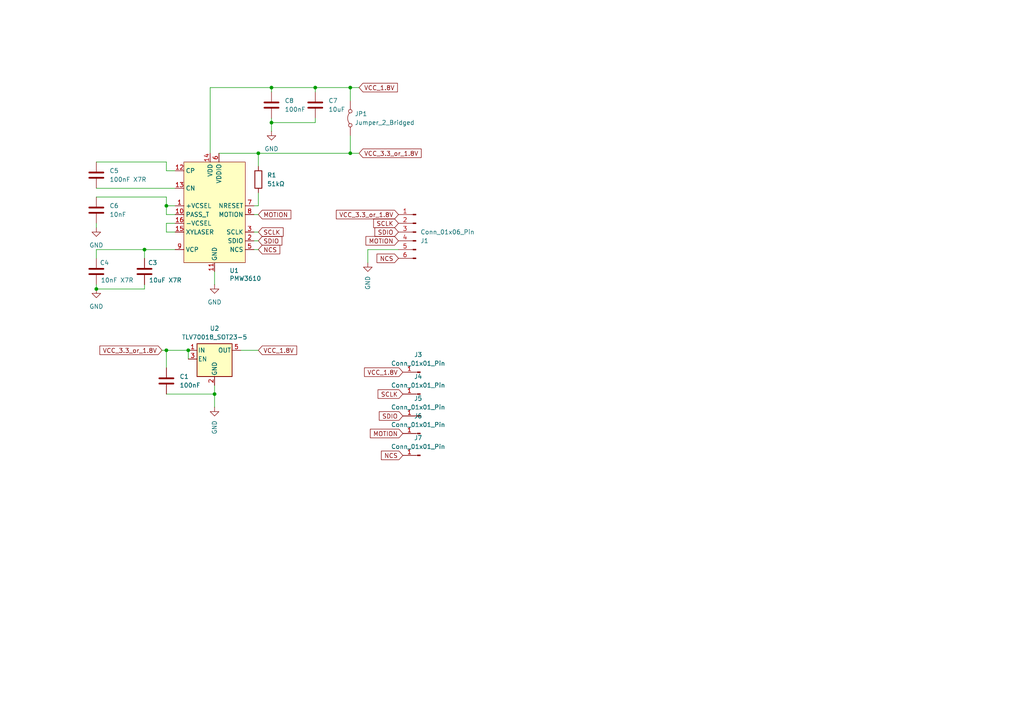
<source format=kicad_sch>
(kicad_sch (version 20231120) (generator "eeschema") (generator_version "8.0")
  (paper "A4")
  (lib_symbols
    (symbol "0_pmw3610_pcb:PMW3610DM-SUDU"
      (property "Reference" "U?" (at 7.62 -15.24 0))
      (property "Value" "PMW3610" (at 10.16 -17.78 0))
      (symbol "PMW3610DM-SUDU_0_1"
        (rectangle (start -8.89 15.24) (end 8.89 -13.97) (fill (type background)))
      )
      (symbol "PMW3610DM-SUDU_1_1"
        (pin input line (at -11.43 2.54 0) (length 2.54) (name "+VCSEL") (number "1"))
        (pin power_in line (at -11.43 0 0) (length 2.54) (name "PASS_T") (number "10"))
        (pin power_in line (at 0 -16.51 90) (length 2.54) (name "GND") (number "11"))
        (pin power_in line (at -11.43 12.7 0) (length 2.54) (name "CP") (number "12"))
        (pin power_in line (at -11.43 7.62 0) (length 2.54) (name "CN") (number "13"))
        (pin power_in line (at -1.27 17.78 270) (length 2.54) (name "VDD") (number "14"))
        (pin input line (at -11.43 -5.08 0) (length 2.54) (name "XYLASER") (number "15"))
        (pin input line (at -11.43 -2.54 0) (length 2.54) (name "-VCSEL") (number "16"))
        (pin bidirectional line (at 11.43 -7.62 180) (length 2.54) (name "SDIO") (number "2"))
        (pin input line (at 11.43 -5.08 180) (length 2.54) (name "SCLK") (number "3"))
        (pin no_connect line (at 2.54 -13.97 270) (length 2.54) hide (name "NC") (number "4"))
        (pin input line (at 11.43 -10.16 180) (length 2.54) (name "NCS") (number "5"))
        (pin power_in line (at 1.27 17.78 270) (length 2.54) (name "VDDIO") (number "6"))
        (pin input line (at 11.43 2.54 180) (length 2.54) (name "NRESET") (number "7"))
        (pin output line (at 11.43 0 180) (length 2.54) (name "MOTION") (number "8"))
        (pin power_in line (at -11.43 -10.16 0) (length 2.54) (name "VCP") (number "9"))
      )
    )
    (symbol "Connector:Conn_01x01_Pin" (pin_names (offset 1.016) hide)
      (property "Reference" "J" (at 0 2.54 0))
      (property "Value" "Conn_01x01_Pin" (at 0 -2.54 0))
      (symbol "Conn_01x01_Pin_1_1"
        (polyline (pts (xy 1.27 0) (xy 0.8636 0)) (stroke (width 0.1524)))
        (rectangle (start 0.8636 0.127) (end 0 -0.127) (stroke (width 0.1524)) (fill (type outline)))
        (pin passive line (at 5.08 0 180) (length 3.81) (name "Pin_1") (number "1"))
      )
    )
    (symbol "Connector:Conn_01x06_Pin" (pin_names (offset 1.016) hide)
      (property "Reference" "J" (at 0 7.62 0))
      (property "Value" "Conn_01x06_Pin" (at 0 -10.16 0))
      (symbol "Conn_01x06_Pin_1_1"
        (polyline (pts (xy 1.27 -7.62) (xy 0.8636 -7.62)) (stroke (width 0.1524)))
        (polyline (pts (xy 1.27 -5.08) (xy 0.8636 -5.08)) (stroke (width 0.1524)))
        (polyline (pts (xy 1.27 -2.54) (xy 0.8636 -2.54)) (stroke (width 0.1524)))
        (polyline (pts (xy 1.27 0) (xy 0.8636 0)) (stroke (width 0.1524)))
        (polyline (pts (xy 1.27 2.54) (xy 0.8636 2.54)) (stroke (width 0.1524)))
        (polyline (pts (xy 1.27 5.08) (xy 0.8636 5.08)) (stroke (width 0.1524)))
        (rectangle (start 0.8636 -7.493) (end 0 -7.747) (stroke (width 0.1524)) (fill (type outline)))
        (rectangle (start 0.8636 -4.953) (end 0 -5.207) (stroke (width 0.1524)) (fill (type outline)))
        (rectangle (start 0.8636 -2.413) (end 0 -2.667) (stroke (width 0.1524)) (fill (type outline)))
        (rectangle (start 0.8636 0.127) (end 0 -0.127) (stroke (width 0.1524)) (fill (type outline)))
        (rectangle (start 0.8636 2.667) (end 0 2.413) (stroke (width 0.1524)) (fill (type outline)))
        (rectangle (start 0.8636 5.207) (end 0 4.953) (stroke (width 0.1524)) (fill (type outline)))
        (pin passive line (at 5.08 5.08 180) (length 3.81) (name "Pin_1") (number "1"))
        (pin passive line (at 5.08 2.54 180) (length 3.81) (name "Pin_2") (number "2"))
        (pin passive line (at 5.08 0 180) (length 3.81) (name "Pin_3") (number "3"))
        (pin passive line (at 5.08 -2.54 180) (length 3.81) (name "Pin_4") (number "4"))
        (pin passive line (at 5.08 -5.08 180) (length 3.81) (name "Pin_5") (number "5"))
        (pin passive line (at 5.08 -7.62 180) (length 3.81) (name "Pin_6") (number "6"))
      )
    )
    (symbol "Device:C" (pin_numbers hide) (pin_names (offset 0.254))
      (property "Reference" "C" (at 0.635 2.54 0))
      (property "Value" "C" (at 0.635 -2.54 0))
      (symbol "C_0_1"
        (polyline (pts (xy -2.032 -0.762) (xy 2.032 -0.762)) (stroke (width 0.508)))
        (polyline (pts (xy -2.032 0.762) (xy 2.032 0.762)) (stroke (width 0.508)))
      )
      (symbol "C_1_1"
        (pin passive line (at 0 3.81 270) (length 2.794) (name "~") (number "1"))
        (pin passive line (at 0 -3.81 90) (length 2.794) (name "~") (number "2"))
      )
    )
    (symbol "Device:R" (pin_numbers hide) (pin_names (offset 0))
      (property "Reference" "R" (at 2.032 0 90))
      (property "Value" "R" (at 0 0 90))
      (symbol "R_0_1"
        (rectangle (start -1.016 -2.54) (end 1.016 2.54) (stroke (width 0.254)))
      )
      (symbol "R_1_1"
        (pin passive line (at 0 3.81 270) (length 1.27) (name "~") (number "1"))
        (pin passive line (at 0 -3.81 90) (length 1.27) (name "~") (number "2"))
      )
    )
    (symbol "Jumper:Jumper_2_Bridged" (pin_numbers hide) (pin_names (offset 0) hide) (exclude_from_sim yes)
      (property "Reference" "JP" (at 0 1.905 0))
      (property "Value" "Jumper_2_Bridged" (at 0 -2.54 0))
      (symbol "Jumper_2_Bridged_0_0"
        (circle (center -2.032 0) (radius 0.508))
        (circle (center 2.032 0) (radius 0.508))
      )
      (symbol "Jumper_2_Bridged_0_1"
        (arc (start 1.524 0.254) (mid 0 0.762) (end -1.524 0.254))
      )
      (symbol "Jumper_2_Bridged_1_1"
        (pin passive line (at -5.08 0 0) (length 2.54) (name "A") (number "1"))
        (pin passive line (at 5.08 0 180) (length 2.54) (name "B") (number "2"))
      )
    )
    (symbol "Regulator_Linear:TLV70018_SOT23-5" (pin_names (offset 0.254))
      (property "Reference" "U" (at -3.81 5.715 0))
      (property "Value" "TLV70018_SOT23-5" (at 0 5.715 0))
      (symbol "TLV70018_SOT23-5_0_1"
        (rectangle (start -5.08 4.445) (end 5.08 -5.08) (stroke (width 0.254)) (fill (type background)))
      )
      (symbol "TLV70018_SOT23-5_1_1"
        (pin power_in line (at -7.62 2.54 0) (length 2.54) (name "IN") (number "1"))
        (pin power_in line (at 0 -7.62 90) (length 2.54) (name "GND") (number "2"))
        (pin input line (at -7.62 0 0) (length 2.54) (name "EN") (number "3"))
        (pin no_connect line (at 5.08 0 180) (length 2.54) hide (name "NC") (number "4"))
        (pin power_out line (at 7.62 2.54 180) (length 2.54) (name "OUT") (number "5"))
      )
    )
    (symbol "power:GND" (power) (pin_numbers hide) (pin_names (offset 0) hide)
      (property "Value" "GND" (at 0 -3.81 0))
      (symbol "GND_0_1"
        (polyline (pts (xy 0 0) (xy 0 -1.27) (xy 1.27 -1.27) (xy 0 -2.54) (xy -1.27 -1.27) (xy 0 -1.27)))
      )
      (symbol "GND_1_1"
        (pin power_in line (at 0 0 270) (length 0) (name "~") (number "1"))
      )
    )
  )
  (junction (at 48.26 59.69))
  (junction (at 62.23 114.3))
  (junction (at 78.74 25.4))
  (junction (at 54.61 101.6))
  (junction (at 101.6 25.4))
  (junction (at 78.74 35.56))
  (junction (at 101.6 44.45))
  (junction (at 27.94 83.82))
  (junction (at 74.93 44.45))
  (junction (at 41.91 72.39))
  (junction (at 91.44 25.4))
  (junction (at 48.26 101.6))
  (wire (pts (xy 41.91 72.39) (xy 50.8 72.39)))
  (wire (pts (xy 48.26 49.53) (xy 48.26 46.99)))
  (wire (pts (xy 78.74 25.4) (xy 91.44 25.4)))
  (wire (pts (xy 74.93 44.45) (xy 101.6 44.45)))
  (wire (pts (xy 74.93 67.31) (xy 73.66 67.31)))
  (wire (pts (xy 41.91 74.93) (xy 41.91 72.39)))
  (wire (pts (xy 48.26 46.99) (xy 27.94 46.99)))
  (wire (pts (xy 74.93 72.39) (xy 73.66 72.39)))
  (wire (pts (xy 74.93 55.88) (xy 74.93 59.69)))
  (wire (pts (xy 60.96 25.4) (xy 60.96 44.45)))
  (wire (pts (xy 101.6 25.4) (xy 101.6 29.21)))
  (wire (pts (xy 69.85 101.6) (xy 74.93 101.6)))
  (wire (pts (xy 74.93 69.85) (xy 73.66 69.85)))
  (wire (pts (xy 50.8 49.53) (xy 48.26 49.53)))
  (wire (pts (xy 101.6 39.37) (xy 101.6 44.45)))
  (wire (pts (xy 78.74 38.1) (xy 78.74 35.56)))
  (wire (pts (xy 78.74 26.67) (xy 78.74 25.4)))
  (wire (pts (xy 27.94 66.04) (xy 27.94 64.77)))
  (wire (pts (xy 50.8 59.69) (xy 48.26 59.69)))
  (wire (pts (xy 41.91 83.82) (xy 27.94 83.82)))
  (wire (pts (xy 48.26 64.77) (xy 48.26 67.31)))
  (wire (pts (xy 74.93 59.69) (xy 73.66 59.69)))
  (wire (pts (xy 106.68 72.39) (xy 115.57 72.39)))
  (wire (pts (xy 27.94 54.61) (xy 50.8 54.61)))
  (wire (pts (xy 78.74 25.4) (xy 60.96 25.4)))
  (wire (pts (xy 101.6 44.45) (xy 104.14 44.45)))
  (wire (pts (xy 74.93 62.23) (xy 73.66 62.23)))
  (wire (pts (xy 62.23 114.3) (xy 62.23 118.11)))
  (wire (pts (xy 27.94 57.15) (xy 48.26 57.15)))
  (wire (pts (xy 101.6 25.4) (xy 104.14 25.4)))
  (wire (pts (xy 48.26 114.3) (xy 62.23 114.3)))
  (wire (pts (xy 48.26 59.69) (xy 48.26 62.23)))
  (wire (pts (xy 41.91 82.55) (xy 41.91 83.82)))
  (wire (pts (xy 62.23 114.3) (xy 62.23 111.76)))
  (wire (pts (xy 48.26 57.15) (xy 48.26 59.69)))
  (wire (pts (xy 74.93 44.45) (xy 74.93 48.26)))
  (wire (pts (xy 63.5 44.45) (xy 74.93 44.45)))
  (wire (pts (xy 106.68 76.2) (xy 106.68 72.39)))
  (wire (pts (xy 54.61 101.6) (xy 54.61 104.14)))
  (wire (pts (xy 78.74 35.56) (xy 78.74 34.29)))
  (wire (pts (xy 48.26 101.6) (xy 54.61 101.6)))
  (wire (pts (xy 27.94 72.39) (xy 41.91 72.39)))
  (wire (pts (xy 48.26 67.31) (xy 50.8 67.31)))
  (wire (pts (xy 48.26 106.68) (xy 48.26 101.6)))
  (wire (pts (xy 50.8 64.77) (xy 48.26 64.77)))
  (wire (pts (xy 27.94 83.82) (xy 27.94 82.55)))
  (wire (pts (xy 48.26 62.23) (xy 50.8 62.23)))
  (wire (pts (xy 91.44 35.56) (xy 78.74 35.56)))
  (wire (pts (xy 62.23 82.55) (xy 62.23 78.74)))
  (wire (pts (xy 91.44 34.29) (xy 91.44 35.56)))
  (wire (pts (xy 46.99 101.6) (xy 48.26 101.6)))
  (wire (pts (xy 27.94 74.93) (xy 27.94 72.39)))
  (wire (pts (xy 91.44 26.67) (xy 91.44 25.4)))
  (wire (pts (xy 91.44 25.4) (xy 101.6 25.4)))
  (global_label "VCC_1.8V" (shape input) (at 104.14 25.4 0) (property "Intersheetrefs" "${INTERSHEET_REFS}" (effects (hide yes))))
  (global_label "VCC_3.3_or_1.8V" (shape input) (at 46.99 101.6 180) (property "Intersheetrefs" "${INTERSHEET_REFS}" (effects (hide yes))))
  (global_label "SDIO" (shape input) (at 74.93 69.85 0) (property "Intersheetrefs" "${INTERSHEET_REFS}" (effects (hide yes))))
  (global_label "MOTION" (shape input) (at 74.93 62.23 0) (property "Intersheetrefs" "${INTERSHEET_REFS}" (effects (hide yes))))
  (global_label "SDIO" (shape input) (at 115.57 67.31 180) (property "Intersheetrefs" "${INTERSHEET_REFS}" (effects (hide yes))))
  (global_label "VCC_3.3_or_1.8V" (shape input) (at 115.57 62.23 180) (property "Intersheetrefs" "${INTERSHEET_REFS}" (effects (hide yes))))
  (global_label "VCC_1.8V" (shape input) (at 116.84 107.95 180) (property "Intersheetrefs" "${INTERSHEET_REFS}" (effects (hide yes))))
  (global_label "SCLK" (shape input) (at 74.93 67.31 0) (property "Intersheetrefs" "${INTERSHEET_REFS}" (effects (hide yes))))
  (global_label "MOTION" (shape input) (at 116.84 125.73 180) (property "Intersheetrefs" "${INTERSHEET_REFS}" (effects (hide yes))))
  (global_label "VCC_3.3_or_1.8V" (shape input) (at 104.14 44.45 0) (property "Intersheetrefs" "${INTERSHEET_REFS}" (effects (hide yes))))
  (global_label "NCS" (shape input) (at 74.93 72.39 0) (property "Intersheetrefs" "${INTERSHEET_REFS}" (effects (hide yes))))
  (global_label "SDIO" (shape input) (at 116.84 120.65 180) (property "Intersheetrefs" "${INTERSHEET_REFS}" (effects (hide yes))))
  (global_label "SCLK" (shape input) (at 115.57 64.77 180) (property "Intersheetrefs" "${INTERSHEET_REFS}" (effects (hide yes))))
  (global_label "NCS" (shape input) (at 116.84 132.08 180) (property "Intersheetrefs" "${INTERSHEET_REFS}" (effects (hide yes))))
  (global_label "MOTION" (shape input) (at 115.57 69.85 180) (property "Intersheetrefs" "${INTERSHEET_REFS}" (effects (hide yes))))
  (global_label "VCC_1.8V" (shape input) (at 74.93 101.6 0) (property "Intersheetrefs" "${INTERSHEET_REFS}" (effects (hide yes))))
  (global_label "SCLK" (shape input) (at 116.84 114.3 180) (property "Intersheetrefs" "${INTERSHEET_REFS}" (effects (hide yes))))
  (global_label "NCS" (shape input) (at 115.57 74.93 180) (property "Intersheetrefs" "${INTERSHEET_REFS}" (effects (hide yes))))
  (symbol (lib_id "Device:C") (at 27.94 50.8 0) (unit 1)
    (property "Reference" "C5" (at 31.75 49.5299 0) (effects (justify left)))
    (property "Value" "100nF X7R" (at 31.75 52.0699 0) (effects (justify left)))
    (property "Footprint" "Capacitor_SMD:C_0603_1608Metric" (effects (hide yes)))
    (property "Description" "Unpolarized capacitor" (effects (hide yes)))
    (property "LCSC" "C14663" (effects (hide yes)))
  )
  (symbol (lib_id "Connector:Conn_01x01_Pin") (at 121.92 125.73 180) (unit 1)
    (property "Reference" "J6" (at 121.285 120.65 0))
    (property "Value" "Conn_01x01_Pin" (at 121.285 123.19 0))
    (property "Footprint" "TestPoint:TestPoint_Pad_D1.0mm" (effects (hide yes)))
    (property "Description" "Generic connector, single row, 01x01, script generated" (effects (hide yes)))
  )
  (symbol (lib_id "power:GND") (at 62.23 118.11 0) (unit 1)
    (property "Reference" "#PWR01" (effects (hide yes)))
    (property "Value" "GND" (at 62.2299 121.92 90) (effects (justify right)))
    (property "Description" "Power symbol creates a global label with name \"GND\" , ground" (effects (hide yes)))
  )
  (symbol (lib_id "Device:R") (at 74.93 52.07 180) (unit 1)
    (property "Reference" "R1" (at 77.47 50.7999 0) (effects (justify right)))
    (property "Value" "51kΩ" (at 77.47 53.3399 0) (effects (justify right)))
    (property "Footprint" "Resistor_SMD:R_0603_1608Metric" (effects (hide yes)))
    (property "Description" "Resistor" (effects (hide yes)))
    (property "LCSC" "C23196" (effects (hide yes)))
  )
  (symbol (lib_id "Regulator_Linear:TLV70018_SOT23-5") (at 62.23 104.14 0) (unit 1)
    (property "Reference" "U2" (at 62.23 95.25 0))
    (property "Value" "TLV70018_SOT23-5" (at 62.23 97.79 0))
    (property "Footprint" "Package_TO_SOT_SMD:SOT-23-5" (effects (hide yes)))
    (property "Datasheet" "http://www.ti.com/lit/ds/symlink/tlv700.pdf" (effects (hide yes)))
    (property "Description" "200mA Low Dropout Voltage Regulator, Fixed Output 1.8V, SOT-23-5" (effects (hide yes)))
  )
  (symbol (lib_id "Connector:Conn_01x06_Pin") (at 120.65 67.31 0) (mirror y) (unit 1)
    (property "Reference" "J1" (at 121.92 69.8501 0) (effects (justify right)))
    (property "Value" "Conn_01x06_Pin" (at 121.92 67.3101 0) (effects (justify right)))
    (property "Footprint" "0_pmw3610-breakout:JUSHUO-AFH34-S06FIA-1H" (effects (hide yes)))
    (property "Description" "Generic connector, single row, 01x06, script generated" (effects (hide yes)))
    (property "LCSC" "C5139821" (effects (hide yes)))
  )
  (symbol (lib_id "power:GND") (at 78.74 38.1 0) (unit 1)
    (property "Reference" "#PWR08" (effects (hide yes)))
    (property "Value" "GND" (at 78.74 43.18 0))
    (property "Description" "Power symbol creates a global label with name \"GND\" , ground" (effects (hide yes)))
  )
  (symbol (lib_id "Device:C") (at 48.26 110.49 0) (unit 1)
    (property "Reference" "C1" (at 52.07 109.2199 0) (effects (justify left)))
    (property "Value" "100nF" (at 52.07 111.7599 0) (effects (justify left)))
    (property "Footprint" "Capacitor_SMD:C_0603_1608Metric" (effects (hide yes)))
    (property "Description" "Unpolarized capacitor" (effects (hide yes)))
    (property "LCSC" "C14663" (effects (hide yes)))
  )
  (symbol (lib_id "Jumper:Jumper_2_Bridged") (at 101.6 34.29 90) (unit 1) (exclude_from_sim yes)
    (property "Reference" "JP1" (at 102.87 33.0199 90) (effects (justify right)))
    (property "Value" "Jumper_2_Bridged" (at 102.87 35.5599 90) (effects (justify right)))
    (property "Footprint" "Jumper:SolderJumper-2_P1.3mm_Bridged2Bar_RoundedPad1.0x1.5mm" (effects (hide yes)))
    (property "Description" "Jumper, 2-pole, closed/bridged" (effects (hide yes)))
  )
  (symbol (lib_id "Device:C") (at 27.94 78.74 0) (unit 1)
    (property "Reference" "C4" (at 28.956 76.2 0) (effects (justify left)))
    (property "Value" "10nF X7R" (at 29.21 81.28 0) (effects (justify left)))
    (property "Footprint" "Capacitor_SMD:C_0603_1608Metric" (effects (hide yes)))
    (property "Description" "Unpolarized capacitor" (effects (hide yes)))
    (property "LCSC" "C57112" (effects (hide yes)))
  )
  (symbol (lib_id "power:GND") (at 62.23 82.55 0) (unit 1)
    (property "Reference" "#PWR03" (effects (hide yes)))
    (property "Value" "GND" (at 62.23 87.63 0))
    (property "Description" "Power symbol creates a global label with name \"GND\" , ground" (effects (hide yes)))
  )
  (symbol (lib_id "0_pmw3610_pcb:PMW3610DM-SUDU") (at 62.23 62.23 0) (unit 1)
    (property "Reference" "U1" (at 66.548 78.486 0) (effects (justify left)))
    (property "Value" "PMW3610" (at 66.548 80.772 0) (effects (justify left)))
    (property "Footprint" "0_pmw3610-breakout:PMW3610DM-SUDU 16Pin" (effects (hide yes)))
    (property "Description" "Optical mouse sensor" (effects (hide yes)))
  )
  (symbol (lib_id "Device:C") (at 91.44 30.48 0) (unit 1)
    (property "Reference" "C7" (at 95.25 29.2099 0) (effects (justify left)))
    (property "Value" "10uF" (at 95.25 31.7499 0) (effects (justify left)))
    (property "Footprint" "Capacitor_SMD:C_0603_1608Metric" (effects (hide yes)))
    (property "Description" "Unpolarized capacitor" (effects (hide yes)))
    (property "LCSC" "C19702" (effects (hide yes)))
  )
  (symbol (lib_id "Connector:Conn_01x01_Pin") (at 121.92 107.95 180) (unit 1)
    (property "Reference" "J3" (at 121.285 102.87 0))
    (property "Value" "Conn_01x01_Pin" (at 121.285 105.41 0))
    (property "Footprint" "TestPoint:TestPoint_Pad_D1.0mm" (effects (hide yes)))
    (property "Description" "Generic connector, single row, 01x01, script generated" (effects (hide yes)))
  )
  (symbol (lib_id "power:GND") (at 27.94 66.04 0) (unit 1)
    (property "Reference" "#PWR07" (effects (hide yes)))
    (property "Value" "GND" (at 27.94 71.12 0))
    (property "Description" "Power symbol creates a global label with name \"GND\" , ground" (effects (hide yes)))
  )
  (symbol (lib_id "power:GND") (at 106.68 76.2 0) (unit 1)
    (property "Reference" "#PWR06" (effects (hide yes)))
    (property "Value" "GND" (at 106.6799 80.01 90) (effects (justify right)))
    (property "Description" "Power symbol creates a global label with name \"GND\" , ground" (effects (hide yes)))
  )
  (symbol (lib_id "Device:C") (at 27.94 60.96 0) (unit 1)
    (property "Reference" "C6" (at 31.75 59.6899 0) (effects (justify left)))
    (property "Value" "10nF" (at 31.75 62.2299 0) (effects (justify left)))
    (property "Footprint" "Capacitor_SMD:C_0603_1608Metric" (effects (hide yes)))
    (property "Description" "Unpolarized capacitor" (effects (hide yes)))
    (property "LCSC" "C57112" (effects (hide yes)))
  )
  (symbol (lib_id "power:GND") (at 27.94 83.82 0) (unit 1)
    (property "Reference" "#PWR05" (effects (hide yes)))
    (property "Value" "GND" (at 27.94 88.9 0))
    (property "Description" "Power symbol creates a global label with name \"GND\" , ground" (effects (hide yes)))
  )
  (symbol (lib_id "Connector:Conn_01x01_Pin") (at 121.92 132.08 180) (unit 1)
    (property "Reference" "J7" (at 121.285 127 0))
    (property "Value" "Conn_01x01_Pin" (at 121.285 129.54 0))
    (property "Footprint" "TestPoint:TestPoint_Pad_D1.0mm" (effects (hide yes)))
    (property "Description" "Generic connector, single row, 01x01, script generated" (effects (hide yes)))
  )
  (symbol (lib_id "Connector:Conn_01x01_Pin") (at 121.92 114.3 180) (unit 1)
    (property "Reference" "J4" (at 121.285 109.22 0))
    (property "Value" "Conn_01x01_Pin" (at 121.285 111.76 0))
    (property "Footprint" "TestPoint:TestPoint_Pad_D1.0mm" (effects (hide yes)))
    (property "Description" "Generic connector, single row, 01x01, script generated" (effects (hide yes)))
  )
  (symbol (lib_id "Connector:Conn_01x01_Pin") (at 121.92 120.65 180) (unit 1)
    (property "Reference" "J5" (at 121.285 115.57 0))
    (property "Value" "Conn_01x01_Pin" (at 121.285 118.11 0))
    (property "Footprint" "TestPoint:TestPoint_Pad_D1.0mm" (effects (hide yes)))
    (property "Description" "Generic connector, single row, 01x01, script generated" (effects (hide yes)))
  )
  (symbol (lib_id "Device:C") (at 78.74 30.48 0) (unit 1)
    (property "Reference" "C8" (at 82.55 29.2099 0) (effects (justify left)))
    (property "Value" "100nF" (at 82.55 31.7499 0) (effects (justify left)))
    (property "Footprint" "Capacitor_SMD:C_0603_1608Metric" (effects (hide yes)))
    (property "Description" "Unpolarized capacitor" (effects (hide yes)))
    (property "LCSC" "C14663" (effects (hide yes)))
  )
  (symbol (lib_id "Device:C") (at 41.91 78.74 0) (unit 1)
    (property "Reference" "C3" (at 42.926 76.2 0) (effects (justify left)))
    (property "Value" "10uF X7R" (at 43.18 81.28 0) (effects (justify left)))
    (property "Footprint" "Capacitor_SMD:C_0603_1608Metric" (effects (hide yes)))
    (property "Description" "Unpolarized capacitor" (effects (hide yes)))
    (property "LCSC" "C19702" (effects (hide yes)))
  )
)
</source>
